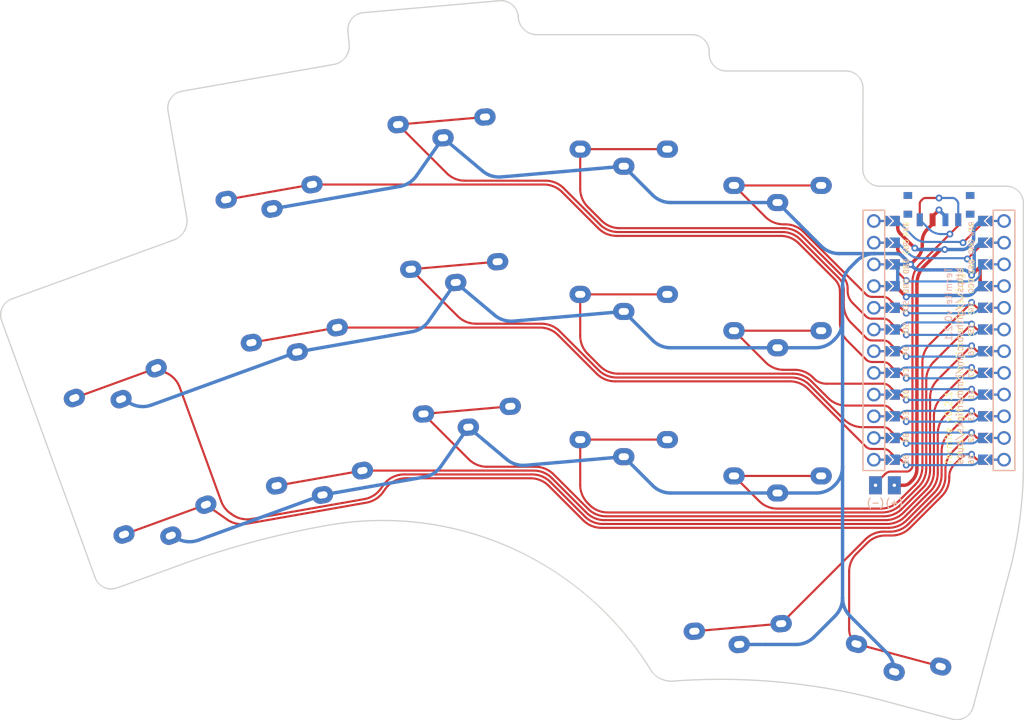
<source format=kicad_pcb>
(kicad_pcb (version 20211014) (generator pcbnew)
  (title_block (title "Termite") (date "2021-10-28") (rev "0.2.1") (company "jmnw"))
  (layers (0 "F.Cu" signal) (31 "B.Cu" signal) (34 "B.Paste" user) (35 "F.Paste" user) (36 "B.SilkS" user "B.Silkscreen") (37 "F.SilkS" user "F.Silkscreen") (38 "B.Mask" user) (39 "F.Mask" user) (44 "Edge.Cuts" user))
  (net 0 "")
  (net 1 "unconnected-(PSW1-Pad3)")
  (net 2 "switch1")
  (net 3 "switch2")
  (net 4 "switch3")
  (net 5 "switch4")
  (net 6 "switch5")
  (net 7 "switch6")
  (net 8 "switch7")
  (net 9 "switch8")
  (net 10 "switch9")
  (net 11 "switch10")
  (net 12 "switch11")
  (net 13 "switch12")
  (net 14 "switch13")
  (net 15 "switch14")
  (net 16 "switch15")
  (net 17 "unconnected-(U1-Pad22)")
  (net 18 "unconnected-(U1-Pad2)")
  (net 19 "GND")
  (net 20 "VCC")
  (net 21 "Net-(BT1-Pad2)")
  (net 22 "raw")
  (net 23 "switch16")
  (net 24 "unconnected-(U1-Pad1)")
  (footprint "bugs:Choc_reversible" (layer "F.Cu") (at 60.299422 62.293319 10)
    (fp_text reference "SW2" hide)
    (fp_text value "SW_PUSH" hide)
  )
  (footprint "bugs:Choc_reversible" (layer "F.Cu") (at 80.824518 53.902315 5)
    (fp_text reference "SW3" hide)
    (fp_text value "SW_PUSH" hide)
  )
  (footprint "bugs:Choc_reversible" (layer "F.Cu") (at 102.494858 57.206343)
    (fp_text reference "SW4" hide)
    (fp_text value "SW_PUSH" hide)
  )
  (footprint "bugs:Choc_reversible" (layer "F.Cu") (at 120.494864 61.456344)
    (fp_text reference "SW5" hide)
    (fp_text value "SW_PUSH" hide)
  )
  (footprint "bugs:Choc_reversible" (layer "F.Cu") (at 63.251441 79.035053 10)
    (fp_text reference "SW7" hide)
    (fp_text value "SW_PUSH" hide)
  )
  (footprint "bugs:Choc_reversible" (layer "F.Cu") (at 82.306167 70.837623 5)
    (fp_text reference "SW8" hide)
    (fp_text value "SW_PUSH" hide)
  )
  (footprint "bugs:Choc_reversible" (layer "F.Cu") (at 102.494871 74.206343)
    (fp_text reference "SW9" hide)
    (fp_text value "SW_PUSH" hide)
  )
  (footprint "bugs:Choc_reversible" (layer "F.Cu") (at 120.494865 78.456346)
    (fp_text reference "SW10" hide)
    (fp_text value "SW_PUSH" hide)
  )
  (footprint "bugs:Choc_reversible" (layer "F.Cu") (at 66.203461 95.776792 10)
    (fp_text reference "SW11" hide)
    (fp_text value "SW_PUSH" hide)
  )
  (footprint "bugs:Choc_reversible" (layer "F.Cu") (at 83.787804 87.772947 5)
    (fp_text reference "SW12" hide)
    (fp_text value "SW_PUSH" hide)
  )
  (footprint "bugs:Choc_reversible" (layer "F.Cu") (at 102.49487 91.206341)
    (fp_text reference "SW13" hide)
    (fp_text value "SW_PUSH" hide)
  )
  (footprint "bugs:Choc_reversible" (layer "F.Cu") (at 115.493093 113.208478 5)
    (fp_text reference "SW15" hide)
    (fp_text value "SW_PUSH" hide)
  )
  (footprint "bugs:Choc_reversible" (layer "F.Cu") (at 135.672819 116.579878 -15)
    (fp_text reference "SW16" hide)
    (fp_text value "SW_PUSH" hide)
  )
  (footprint "bugs:ProMicro_jumpers" (layer "F.Cu") (at 139.384867 83.486346)
    (fp_text reference "U1" hide)
    (fp_text value "ProMicro")
  )
  (footprint "bugs:Choc_reversible" (layer "F.Cu") (at 47.451839 100.801167 20)
    (fp_text reference "SW6" hide)
    (fp_text value "SW_PUSH" hide)
  )
  (footprint "bugs:Choc_reversible" (layer "F.Cu") (at 41.637494 84.8264 20)
    (fp_text reference "SW1" hide)
    (fp_text value "SW_PUSH" hide)
  )
  (footprint "bugs:Battery_pads_reversible" (layer "F.Cu") (at 133.062606 100.452098 180)
    (fp_text reference "BT1" hide)
    (fp_text value "Battery_Cell")
  )
  (footprint "bugs:Choc_reversible" (layer "F.Cu") (at 120.494867 95.456346)
    (fp_text reference "SW14" hide)
    (fp_text value "SW_PUSH" hide)
  )
  (footprint "bugs:Power_reversible" (layer "F.Cu") (at 139.393341 67.623157 180)
    (fp_text reference "PSW1" hide)
    (fp_text value "SW_SPDT")
  )
  (gr_arc (start 50.701495 109.728634) (mid 59.177088 107.056254) (end 67.853328 105.132673) (layer "Edge.Cuts") (width 0.15))
  (gr_line (start 30.870328 78.635657) (end 49.806346 71.743508) (layer "Edge.Cuts") (width 0.15))
  (gr_line (start 50.701495 109.728636) (end 43.183183 112.464287) (layer "Edge.Cuts") (width 0.15))
  (gr_arc (start 70.20826 47.292253) (mid 70.668562 45.832362) (end 72.026343 45.125546) (layer "Edge.Cuts") (width 0.15))
  (gr_arc (start 149.27514 97.913221) (mid 148.902925 103.997948) (end 147.791847 109.99194) (layer "Edge.Cuts") (width 0.15))
  (gr_arc (start 147.275272 65.445937) (mid 148.689487 66.031726) (end 149.275272 67.445943) (layer "Edge.Cuts") (width 0.15))
  (gr_line (start 112.494884 49.706792) (end 112.495279 49.955936) (layer "Edge.Cuts") (width 0.15))
  (gr_line (start 133.214275 125.755733) (end 140.941679 127.826285) (layer "Edge.Cuts") (width 0.15))
  (gr_line (start 90.13216 45.549137) (end 90.146627 45.714507) (layer "Edge.Cuts") (width 0.15))
  (gr_arc (start 49.148672 56.643382) (mid 49.479981 55.148932) (end 50.770987 54.326467) (layer "Edge.Cuts") (width 0.15))
  (gr_arc (start 70.34896 48.85122) (mid 69.906236 50.370135) (end 68.553662 51.190899) (layer "Edge.Cuts") (width 0.15))
  (gr_line (start 132.469406 65.445944) (end 147.275272 65.445937) (layer "Edge.Cuts") (width 0.15))
  (gr_arc (start 108.351573 123.36952) (mid 120.884362 123.505709) (end 133.214275 125.755733) (layer "Edge.Cuts") (width 0.15))
  (gr_arc (start 29.674965 81.19908) (mid 29.741744 79.669801) (end 30.870328 78.635657) (layer "Edge.Cuts") (width 0.15))
  (gr_line (start 114.495269 51.955938) (end 128.49506 51.956155) (layer "Edge.Cuts") (width 0.15))
  (gr_arc (start 143.391172 126.412078) (mid 142.459317 127.626488) (end 140.941679 127.826285) (layer "Edge.Cuts") (width 0.15))
  (gr_line (start 143.391172 126.412078) (end 147.791847 109.99194) (layer "Edge.Cuts") (width 0.15))
  (gr_arc (start 128.495059 51.956158) (mid 129.909274 52.541944) (end 130.495061 53.956158) (layer "Edge.Cuts") (width 0.15))
  (gr_arc (start 43.183184 112.464287) (mid 41.653905 112.397518) (end 40.619755 111.268942) (layer "Edge.Cuts") (width 0.15))
  (gr_line (start 149.275272 67.445943) (end 149.275145 97.913218) (layer "Edge.Cuts") (width 0.15))
  (gr_arc (start 114.495269 51.955938) (mid 113.08106 51.370148) (end 112.495279 49.955936) (layer "Edge.Cuts") (width 0.15))
  (gr_line (start 92.320941 47.706885) (end 110.494894 47.706788) (layer "Edge.Cuts") (width 0.15))
  (gr_arc (start 108.351999 123.374348) (mid 106.933066 123.149991) (end 105.785147 122.286285) (layer "Edge.Cuts") (width 0.15))
  (gr_arc (start 92.320941 47.706885) (mid 90.846387 47.133469) (end 90.146627 45.714507) (layer "Edge.Cuts") (width 0.15))
  (gr_line (start 51.338431 69.089856) (end 49.148665 56.643377) (layer "Edge.Cuts") (width 0.15))
  (gr_arc (start 51.33843 69.089856) (mid 51.055313 70.695498) (end 49.806346 71.743508) (layer "Edge.Cuts") (width 0.15))
  (gr_arc (start 87.965457 43.731054) (mid 89.425346 44.191357) (end 90.13216 45.549137) (layer "Edge.Cuts") (width 0.15))
  (gr_line (start 29.674964 81.199082) (end 40.619755 111.268942) (layer "Edge.Cuts") (width 0.15))
  (gr_arc (start 67.853326 105.132673) (mid 89.468734 107.850638) (end 105.785147 122.286285) (layer "Edge.Cuts") (width 0.15))
  (gr_line (start 70.20826 47.292253) (end 70.34896 48.85122) (layer "Edge.Cuts") (width 0.15))
  (gr_line (start 72.026343 45.125546) (end 87.965461 43.731057) (layer "Edge.Cuts") (width 0.15))
  (gr_line (start 50.770987 54.326467) (end 68.553662 51.190899) (layer "Edge.Cuts") (width 0.15))
  (gr_arc (start 110.494894 47.706788) (mid 111.909103 48.292579) (end 112.494884 49.706792) (layer "Edge.Cuts") (width 0.15))
  (gr_line (start 130.495061 53.956158) (end 130.469401 63.445945) (layer "Edge.Cuts") (width 0.15))
  (gr_arc (start 132.469406 65.445944) (mid 131.05519 64.860159) (end 130.469401 63.445945) (layer "Edge.Cuts") (width 0.15))
  (gr_text "Termite v0.2.1\nhttps://github.com/jimmerricks/bugs" (at 141.170001 74.890001 90) (layer "B.SilkS") (effects (font (size 0.8 0.8) (thickness 0.1)) (justify left mirror)))
  (gr_text "Termite v0.2.1\nhttps://github.com/jimmerricks/bugs" (at 141.17 98.11 90) (layer "F.SilkS") (effects (font (size 0.8 0.8) (thickness 0.1)) (justify left)))
  (segment (start 137.143344 67.500121) (end 137.143343 69.373158) (width 0.25) (layer "F.Cu") (net 1))
  (segment (start 139.393348 66.823157) (end 137.82031 66.823155) (width 0.25) (layer "F.Cu") (net 1))
  (segment (start 137.466756 66.969603) (end 137.289791 67.146569) (width 0.25) (layer "F.Cu") (net 1))
  (via (at 139.393348 66.823157) (size 0.8) (drill 0.4) (layers "F.Cu" "B.Cu") (net 1))
  (arc (start 137.466756 66.969603) (mid 137.62897 66.861216) (end 137.82031 66.823155) (width 0.25) (layer "F.Cu") (net 1))
  (arc (start 137.143344 67.500121) (mid 137.181405 67.30878) (end 137.289791 67.146569) (width 0.25) (layer "F.Cu") (net 1))
  (segment (start 141.332769 66.969605) (end 141.496901 67.133737) (width 0.25) (layer "B.Cu") (net 1))
  (segment (start 141.643346 67.487288) (end 141.643347 69.37316) (width 0.25) (layer "B.Cu") (net 1))
  (segment (start 139.393348 66.823157) (end 140.979213 66.823157) (width 0.25) (layer "B.Cu") (net 1))
  (arc (start 140.979213 66.823157) (mid 141.170557 66.861216) (end 141.332769 66.969605) (width 0.25) (layer "B.Cu") (net 1))
  (arc (start 141.643346 67.487288) (mid 141.605284 67.295948) (end 141.496901 67.133737) (width 0.25) (layer "B.Cu") (net 1))
  (segment (start 140.126789 92.285416) (end 143.21086 89.201347) (width 0.25) (layer "F.Cu") (net 2))
  (segment (start 58.927691 104.395674) (end 72.126933 102.068293) (width 0.25) (layer "F.Cu") (net 2))
  (segment (start 144.210863 89.836346) (end 143.949413 89.836346) (width 0.25) (layer "F.Cu") (net 2))
  (segment (start 138.369429 101.158144) (end 135.4244 104.103173) (width 0.25) (layer "F.Cu") (net 2))
  (segment (start 93.892567 100.060133) (end 97.935604 104.103172) (width 0.25) (layer "F.Cu") (net 2))
  (segment (start 74.063446 100.834596) (end 74.325236 100.460724) (width 0.25) (layer "F.Cu") (net 2))
  (segment (start 76.782691 99.181453) (end 91.771246 99.181454) (width 0.25) (layer "F.Cu") (net 2))
  (segment (start 48.970868 87.309762) (end 47.763805 86.7469) (width 0.25) (layer "F.Cu") (net 2))
  (segment (start 143.772639 89.763123) (end 143.21086 89.201347) (width 0.25) (layer "F.Cu") (net 2))
  (segment (start 38.17894 90.235505) (end 47.763806 86.746899) (width 0.25) (layer "F.Cu") (net 2))
  (segment (start 139.24811 99.036824) (end 139.248107 94.40674) (width 0.25) (layer "F.Cu") (net 2))
  (segment (start 55.36646 102.31242) (end 50.522093 89.002625) (width 0.25) (layer "F.Cu") (net 2))
  (segment (start 133.303081 104.981854) (end 100.056923 104.981852) (width 0.25) (layer "F.Cu") (net 2))
  (segment (start 56.464811 103.743817) (end 56.686018 103.898707) (width 0.25) (layer "F.Cu") (net 2))
  (via (at 143.21086 89.201347) (size 0.8) (drill 0.4) (layers "F.Cu" "B.Cu") (net 2))
  (arc (start 139.24811 99.036824) (mid 139.01975 100.184876) (end 138.369429 101.158144) (width 0.25) (layer "F.Cu") (net 2))
  (arc (start 56.686018 103.898707) (mid 57.757428 104.37014) (end 58.927691 104.395674) (width 0.25) (layer "F.Cu") (net 2))
  (arc (start 74.325236 100.460724) (mid 75.397446 99.52042) (end 76.782691 99.181453) (width 0.25) (layer "F.Cu") (net 2))
  (arc (start 143.949413 89.836346) (mid 143.853745 89.817317) (end 143.772639 89.763123) (width 0.25) (layer "F.Cu") (net 2))
  (arc (start 55.36646 102.31242) (mid 55.805479 103.112645) (end 56.464811 103.743817) (width 0.25) (layer "F.Cu") (net 2))
  (arc (start 97.935604 104.103172) (mid 98.908873 104.753492) (end 100.056923 104.981852) (width 0.25) (layer "F.Cu") (net 2))
  (arc (start 91.771246 99.181454) (mid 92.919299 99.409816) (end 93.892567 100.060133) (width 0.25) (layer "F.Cu") (net 2))
  (arc (start 139.248107 94.40674) (mid 139.47647 93.258691) (end 140.126789 92.285416) (width 0.25) (layer "F.Cu") (net 2))
  (arc (start 72.126933 102.068293) (mid 73.217888 101.644043) (end 74.063446 100.834596) (width 0.25) (layer "F.Cu") (net 2))
  (arc (start 135.4244 104.103173) (mid 134.451131 104.753493) (end 133.303081 104.981854) (width 0.25) (layer "F.Cu") (net 2))
  (arc (start 48.970868 87.309762) (mid 49.914846 88.001914) (end 50.522093 89.002625) (width 0.25) (layer "F.Cu") (net 2))
  (segment (start 134.900971 89.494241) (end 134.558865 89.836344) (width 0.25) (layer "B.Cu") (net 2))
  (segment (start 143.21086 89.201347) (end 135.608076 89.201346) (width 0.25) (layer "B.Cu") (net 2))
  (arc (start 134.900971 89.494241) (mid 135.225393 89.277468) (end 135.608076 89.201346) (width 0.25) (layer "B.Cu") (net 2))
  (segment (start 127.80003 77.78677) (end 127.800027 81.428546) (width 0.25) (layer "F.Cu") (net 3))
  (segment (start 134.99709 87.369571) (end 135.558862 87.931343) (width 0.25) (layer "F.Cu") (net 3))
  (segment (start 134.558865 87.296345) (end 134.820312 87.296345) (width 0.25) (layer "F.Cu") (net 3))
  (segment (start 134.558862 87.296345) (end 133.576601 86.314083) (width 0.25) (layer "F.Cu") (net 3))
  (segment (start 99.523606 70.377928) (end 95.272822 66.127143) (width 0.25) (layer "F.Cu") (net 3))
  (segment (start 93.151502 65.248463) (end 65.999167 65.248463) (width 0.25) (layer "F.Cu") (net 3))
  (segment (start 120.855653 71.256608) (end 101.644927 71.256607) (width 0.25) (layer "F.Cu") (net 3))
  (segment (start 127.214244 76.372557) (end 122.976974 72.135287) (width 0.25) (layer "F.Cu") (net 3))
  (segment (start 130.857138 85.728294) (end 128.678709 83.549869) (width 0.25) (layer "F.Cu") (net 3))
  (segment (start 132.869496 86.02119) (end 131.564244 86.021187) (width 0.25) (layer "F.Cu") (net 3))
  (segment (start 55.954134 67.019676) (end 65.99917 65.248462) (width 0.25) (layer "F.Cu") (net 3))
  (via (at 135.558862 87.931343) (size 0.8) (drill 0.4) (layers "F.Cu" "B.Cu") (net 3))
  (arc (start 127.214244 76.372557) (mid 127.647788 77.021403) (end 127.80003 77.78677) (width 0.25) (layer "F.Cu") (net 3))
  (arc (start 95.272822 66.127143) (mid 94.299556 65.476826) (end 93.151502 65.248463) (width 0.25) (layer "F.Cu") (net 3))
  (arc (start 133.576601 86.314083) (mid 133.252178 86.097312) (end 132.869496 86.02119) (width 0.25) (layer "F.Cu") (net 3))
  (arc (start 131.564244 86.021187) (mid 131.181561 85.945067) (end 130.857138 85.728294) (width 0.25) (layer "F.Cu") (net 3))
  (arc (start 101.644927 71.256607) (mid 100.496876 71.028248) (end 99.523606 70.377928) (width 0.25) (layer "F.Cu") (net 3))
  (arc (start 134.820312 87.296345) (mid 134.915983 87.315376) (end 134.99709 87.369571) (width 0.25) (layer "F.Cu") (net 3))
  (arc (start 122.976974 72.135287) (mid 122.003702 71.484968) (end 120.855653 71.256608) (width 0.25) (layer "F.Cu") (net 3))
  (arc (start 128.678709 83.549869) (mid 128.028391 82.576598) (end 127.800027 81.428546) (width 0.25) (layer "F.Cu") (net 3))
  (segment (start 135.558862 87.931343) (end 143.161652 87.931345) (width 0.25) (layer "B.Cu") (net 3))
  (segment (start 143.868759 87.638451) (end 144.210864 87.296344) (width 0.25) (layer "B.Cu") (net 3))
  (arc (start 143.868759 87.638451) (mid 143.544336 87.855223) (end 143.161652 87.931345) (width 0.25) (layer "B.Cu") (net 3))
  (segment (start 130.877138 83.208297) (end 129.128229 81.45939) (width 0.25) (layer "F.Cu") (net 4))
  (segment (start 93.337701 64.798945) (end 83.893447 64.798948) (width 0.25) (layer "F.Cu") (net 4))
  (segment (start 127.663763 76.186357) (end 123.163174 71.685769) (width 0.25) (layer "F.Cu") (net 4))
  (segment (start 134.55886 84.756344) (end 134.820311 84.756345) (width 0.25) (layer "F.Cu") (net 4))
  (segment (start 121.041851 70.807088) (end 101.831128 70.807087) (width 0.25) (layer "F.Cu") (net 4))
  (segment (start 133.596599 83.794084) (end 133.596603 83.794083) (width 0.25) (layer "F.Cu") (net 4))
  (segment (start 128.249548 79.33807) (end 128.249549 77.600571) (width 0.25) (layer "F.Cu") (net 4))
  (segment (start 134.997089 84.829566) (end 135.558862 85.391343) (width 0.25) (layer "F.Cu") (net 4))
  (segment (start 76.083835 58.231969) (end 86.245019 57.342981) (width 0.25) (layer "F.Cu") (net 4))
  (segment (start 133.596603 83.794083) (end 134.558866 84.756344) (width 0.25) (layer "F.Cu") (net 4))
  (segment (start 99.709806 69.928408) (end 95.459022 65.677625) (width 0.25) (layer "F.Cu") (net 4))
  (segment (start 132.889492 83.501189) (end 131.584243 83.501189) (width 0.25) (layer "F.Cu") (net 4))
  (segment (start 81.772124 63.920267) (end 76.083832 58.23197) (width 0.25) (layer "F.Cu") (net 4))
  (via (at 135.558862 85.391343) (size 0.8) (drill 0.4) (layers "F.Cu" "B.Cu") (net 4))
  (arc (start 83.893447 64.798948) (mid 82.745396 64.570587) (end 81.772124 63.920267) (width 0.25) (layer "F.Cu") (net 4))
  (arc (start 129.128229 81.45939) (mid 128.47791 80.486119) (end 128.249548 79.33807) (width 0.25) (layer "F.Cu") (net 4))
  (arc (start 127.663763 76.186357) (mid 128.097306 76.835203) (end 128.249549 77.600571) (width 0.25) (layer "F.Cu") (net 4))
  (arc (start 95.459022 65.677625) (mid 94.485754 65.027306) (end 93.337701 64.798945) (width 0.25) (layer "F.Cu") (net 4))
  (arc (start 123.163174 71.685769) (mid 122.189903 71.035448) (end 121.041851 70.807088) (width 0.25) (layer "F.Cu") (net 4))
  (arc (start 131.584243 83.501189) (mid 131.201561 83.425068) (end 130.877138 83.208297) (width 0.25) (layer "F.Cu") (net 4))
  (arc (start 133.596599 83.794084) (mid 133.272177 83.577311) (end 132.889492 83.501189) (width 0.25) (layer "F.Cu") (net 4))
  (arc (start 134.997089 84.829566) (mid 134.915983 84.775374) (end 134.820311 84.756345) (width 0.25) (layer "F.Cu") (net 4))
  (arc (start 101.831128 70.807087) (mid 100.683075 70.578725) (end 99.709806 69.928408) (width 0.25) (layer "F.Cu") (net 4))
  (segment (start 135.558862 85.391343) (end 143.161649 85.391347) (width 0.25) (layer "B.Cu") (net 4))
  (segment (start 143.868756 85.098452) (end 144.210862 84.756343) (width 0.25) (layer "B.Cu") (net 4))
  (arc (start 143.161649 85.391347) (mid 143.544333 85.315227) (end 143.868756 85.098452) (width 0.25) (layer "B.Cu") (net 4))
  (segment (start 129.284857 79.116015) (end 130.827135 80.658295) (width 0.25) (layer "F.Cu") (net 5))
  (segment (start 102.017324 70.357568) (end 121.228049 70.357566) (width 0.25) (layer "F.Cu") (net 5))
  (segment (start 134.997084 82.289569) (end 135.558863 82.851348) (width 0.25) (layer "F.Cu") (net 5))
  (segment (start 97.39486 61.10634) (end 107.594856 61.106339) (width 0.25) (layer "F.Cu") (net 5))
  (segment (start 128.699069 77.414375) (end 128.699069 77.701805) (width 0.25) (layer "F.Cu") (net 5))
  (segment (start 123.349371 71.236246) (end 128.113283 76.000161) (width 0.25) (layer "F.Cu") (net 5))
  (segment (start 98.273535 67.856419) (end 99.896001 69.478886) (width 0.25) (layer "F.Cu") (net 5))
  (segment (start 131.534243 80.951189) (end 132.879496 80.95119) (width 0.25) (layer "F.Cu") (net 5))
  (segment (start 133.586603 81.244082) (end 134.558866 82.216346) (width 0.25) (layer "F.Cu") (net 5))
  (segment (start 97.394856 61.106346) (end 97.394856 65.735099) (width 0.25) (layer "F.Cu") (net 5))
  (segment (start 134.558864 82.216346) (end 134.820308 82.216346) (width 0.25) (layer "F.Cu") (net 5))
  (via (at 135.558863 82.851348) (size 0.8) (drill 0.4) (layers "F.Cu" "B.Cu") (net 5))
  (arc (start 132.879496 80.95119) (mid 133.262178 81.027309) (end 133.586603 81.244082) (width 0.25) (layer "F.Cu") (net 5))
  (arc (start 99.896001 69.478886) (mid 100.869272 70.129205) (end 102.017324 70.357568) (width 0.25) (layer "F.Cu") (net 5))
  (arc (start 134.997084 82.289569) (mid 134.91598 82.235375) (end 134.820308 82.216346) (width 0.25) (layer "F.Cu") (net 5))
  (arc (start 97.394856 65.735099) (mid 97.623217 66.883147) (end 98.273535 67.856419) (width 0.25) (layer "F.Cu") (net 5))
  (arc (start 128.699069 77.414375) (mid 128.546828 76.649007) (end 128.113283 76.000161) (width 0.25) (layer "F.Cu") (net 5))
  (arc (start 130.827135 80.658295) (mid 131.151558 80.875069) (end 131.534243 80.951189) (width 0.25) (layer "F.Cu") (net 5))
  (arc (start 121.228049 70.357566) (mid 122.376101 70.585929) (end 123.349371 71.236246) (width 0.25) (layer "F.Cu") (net 5))
  (arc (start 128.699069 77.701805) (mid 128.851312 78.467171) (end 129.284857 79.116015) (width 0.25) (layer "F.Cu") (net 5))
  (segment (start 135.558863 82.851348) (end 143.161649 82.851346) (width 0.25) (layer "B.Cu") (net 5))
  (segment (start 143.868756 82.558453) (end 144.210863 82.216345) (width 0.25) (layer "B.Cu") (net 5))
  (arc (start 143.868756 82.558453) (mid 143.544332 82.775225) (end 143.161649 82.851346) (width 0.25) (layer "B.Cu") (net 5))
  (segment (start 132.869493 78.401189) (end 131.564241 78.401187) (width 0.25) (layer "F.Cu") (net 6))
  (segment (start 134.558864 79.676345) (end 133.576599 78.694081) (width 0.25) (layer "F.Cu") (net 6))
  (segment (start 121.414247 69.908048) (end 121.189208 69.908049) (width 0.25) (layer "F.Cu") (net 6))
  (segment (start 119.067886 69.029368) (end 115.394863 65.356344) (width 0.25) (layer "F.Cu") (net 6))
  (segment (start 130.857133 78.108295) (end 123.535566 70.786729) (width 0.25) (layer "F.Cu") (net 6))
  (segment (start 115.394862 65.356343) (end 125.594862 65.356345) (width 0.25) (layer "F.Cu") (net 6))
  (segment (start 134.997083 79.74957) (end 135.558864 80.311343) (width 0.25) (layer "F.Cu") (net 6))
  (segment (start 134.55886 79.676345) (end 134.820309 79.676348) (width 0.25) (layer "F.Cu") (net 6))
  (via (at 135.558864 80.311343) (size 0.8) (drill 0.4) (layers "F.Cu" "B.Cu") (net 6))
  (arc (start 121.414247 69.908048) (mid 122.562299 70.13641) (end 123.535566 70.786729) (width 0.25) (layer "F.Cu") (net 6))
  (arc (start 133.576599 78.694081) (mid 133.252176 78.477309) (end 132.869493 78.401189) (width 0.25) (layer "F.Cu") (net 6))
  (arc (start 119.067886 69.029368) (mid 120.041157 69.679686) (end 121.189208 69.908049) (width 0.25) (layer "F.Cu") (net 6))
  (arc (start 131.564241 78.401187) (mid 131.181558 78.325066) (end 130.857133 78.108295) (width 0.25) (layer "F.Cu") (net 6))
  (arc (start 134.997083 79.74957) (mid 134.915977 79.695378) (end 134.820309 79.676348) (width 0.25) (layer "F.Cu") (net 6))
  (segment (start 143.868757 80.018452) (end 144.210862 79.676345) (width 0.25) (layer "B.Cu") (net 6))
  (segment (start 135.558864 80.311343) (end 143.161647 80.311347) (width 0.25) (layer "B.Cu") (net 6))
  (arc (start 143.161647 80.311347) (mid 143.544335 80.235228) (end 143.868757 80.018452) (width 0.25) (layer "B.Cu") (net 6))
  (segment (start 58.308595 104.961293) (end 72.388359 102.478651) (width 0.25) (layer "F.Cu") (net 7))
  (segment (start 99.870727 105.431373) (end 133.489279 105.431373) (width 0.25) (layer "F.Cu") (net 7))
  (segment (start 143.210864 91.741346) (end 140.576304 94.375905) (width 0.25) (layer "F.Cu") (net 7))
  (segment (start 74.324874 101.244956) (end 74.558431 100.9114) (width 0.25) (layer "F.Cu") (net 7))
  (segment (start 53.57815 102.721665) (end 56.066925 104.464325) (width 0.25) (layer "F.Cu") (net 7))
  (segment (start 144.210865 92.376348) (end 143.949416 92.376345) (width 0.25) (layer "F.Cu") (net 7))
  (segment (start 53.57815 102.721665) (end 43.993283 106.210273) (width 0.25) (layer "F.Cu") (net 7))
  (segment (start 135.610601 104.552692) (end 138.818947 101.344346) (width 0.25) (layer "F.Cu") (net 7))
  (segment (start 139.697625 99.223028) (end 139.697625 96.497225) (width 0.25) (layer "F.Cu") (net 7))
  (segment (start 93.707519 100.510806) (end 97.749406 104.552692) (width 0.25) (layer "F.Cu") (net 7))
  (segment (start 53.58919 102.717648) (end 53.57815 102.721667) (width 0.25) (layer "F.Cu") (net 7))
  (segment (start 77.015888 99.632127) (end 91.586199 99.632128) (width 0.25) (layer "F.Cu") (net 7))
  (segment (start 143.77264 92.303122) (end 143.210864 91.741346) (width 0.25) (layer "F.Cu") (net 7))
  (via (at 143.210864 91.741346) (size 0.8) (drill 0.4) (layers "F.Cu" "B.Cu") (net 7))
  (arc (start 139.697625 96.497225) (mid 139.925987 95.349174) (end 140.576304 94.375905) (width 0.25) (layer "F.Cu") (net 7))
  (arc (start 91.586199 99.632128) (mid 92.73425 99.86049) (end 93.707519 100.510806) (width 0.25) (layer "F.Cu") (net 7))
  (arc (start 139.697625 99.223028) (mid 139.469267 100.371077) (end 138.818947 101.344346) (width 0.25) (layer "F.Cu") (net 7))
  (arc (start 74.558431 100.9114) (mid 75.630642 99.971097) (end 77.015888 99.632127) (width 0.25) (layer "F.Cu") (net 7))
  (arc (start 72.388359 102.478651) (mid 73.479316 102.054402) (end 74.324874 101.244956) (width 0.25) (layer "F.Cu") (net 7))
  (arc (start 143.77264 92.303122) (mid 143.853746 92.357315) (end 143.949416 92.376345) (width 0.25) (layer "F.Cu") (net 7))
  (arc (start 97.749406 104.552692) (mid 98.722675 105.203012) (end 99.870727 105.431373) (width 0.25) (layer "F.Cu") (net 7))
  (arc (start 133.489279 105.431373) (mid 134.637331 105.20301) (end 135.610601 104.552692) (width 0.25) (layer "F.Cu") (net 7))
  (arc (start 56.066925 104.464325) (mid 57.138333 104.935757) (end 58.308595 104.961293) (width 0.25) (layer "F.Cu") (net 7))
  (segment (start 143.210864 91.741346) (end 135.608075 91.741346) (width 0.25) (layer "B.Cu") (net 7))
  (segment (start 134.90097 92.034235) (end 134.55886 92.376342) (width 0.25) (layer "B.Cu") (net 7))
  (arc (start 135.608075 91.741346) (mid 135.225394 91.817464) (end 134.90097 92.034235) (width 0.25) (layer "B.Cu") (net 7))
  (segment (start 130.807138 95.908295) (end 124.064124 89.165287) (width 0.25) (layer "F.Cu") (net 8))
  (segment (start 58.90615 83.761413) (end 68.951187 81.990204) (width 0.25) (layer "F.Cu") (net 8))
  (segment (start 92.68324 81.990198) (end 68.951188 81.990199) (width 0.25) (layer "F.Cu") (net 8))
  (segment (start 99.343606 87.407926) (end 94.804558 82.868878) (width 0.25) (layer "F.Cu") (net 8))
  (segment (start 134.558866 97.456347) (end 133.596599 96.494081) (width 0.25) (layer "F.Cu") (net 8))
  (segment (start 121.942804 88.286608) (end 101.464928 88.286608) (width 0.25) (layer "F.Cu") (net 8))
  (segment (start 134.55886 97.456342) (end 134.820307 97.456344) (width 0.25) (layer "F.Cu") (net 8))
  (segment (start 134.997084 97.529567) (end 135.558861 98.091344) (width 0.25) (layer "F.Cu") (net 8))
  (segment (start 132.889491 96.201189) (end 131.514242 96.201189) (width 0.25) (layer "F.Cu") (net 8))
  (via (at 135.558861 98.091344) (size 0.8) (drill 0.4) (layers "F.Cu" "B.Cu") (net 8))
  (arc (start 134.997084 97.529567) (mid 134.915978 97.475375) (end 134.820307 97.456344) (width 0.25) (layer "F.Cu") (net 8))
  (arc (start 92.68324 81.990198) (mid 93.831288 82.218559) (end 94.804558 82.868878) (width 0.25) (layer "F.Cu") (net 8))
  (arc (start 132.889491 96.201189) (mid 133.272176 96.277307) (end 133.596599 96.494081) (width 0.25) (layer "F.Cu") (net 8))
  (arc (start 130.807138 95.908295) (mid 131.131557 96.125067) (end 131.514242 96.201189) (width 0.25) (layer "F.Cu") (net 8))
  (arc (start 121.942804 88.286608) (mid 123.090856 88.514969) (end 124.064124 89.165287) (width 0.25) (layer "F.Cu") (net 8))
  (arc (start 101.464928 88.286608) (mid 100.316877 88.058244) (end 99.343606 87.407926) (width 0.25) (layer "F.Cu") (net 8))
  (segment (start 135.558861 98.091344) (end 143.161648 98.091346) (width 0.25) (layer "B.Cu") (net 8))
  (segment (start 143.868754 97.798453) (end 144.210862 97.456346) (width 0.25) (layer "B.Cu") (net 8))
  (arc (start 143.161648 98.091346) (mid 143.544333 98.015226) (end 143.868754 97.798453) (width 0.25) (layer "B.Cu") (net 8))
  (segment (start 101.651126 87.837086) (end 122.129001 87.837085) (width 0.25) (layer "F.Cu") (net 9))
  (segment (start 77.565482 75.16728) (end 87.726667 74.278291) (width 0.25) (layer "F.Cu") (net 9))
  (segment (start 77.565482 75.16728) (end 77.565483 75.167277) (width 0.25) (layer "F.Cu") (net 9))
  (segment (start 124.250324 88.715764) (end 128.307065 92.772508) (width 0.25) (layer "F.Cu") (net 9))
  (segment (start 133.586602 93.944082) (end 134.558864 94.916345) (width 0.25) (layer "F.Cu") (net 9))
  (segment (start 94.990762 82.419361) (end 99.529807 86.958407) (width 0.25) (layer "F.Cu") (net 9))
  (segment (start 130.428387 93.651191) (end 132.879497 93.65119) (width 0.25) (layer "F.Cu") (net 9))
  (segment (start 134.997088 94.989567) (end 135.558863 95.551343) (width 0.25) (layer "F.Cu") (net 9))
  (segment (start 85.181528 81.540682) (end 92.86944 81.540683) (width 0.25) (layer "F.Cu") (net 9))
  (segment (start 134.558866 94.916343) (end 134.820311 94.916343) (width 0.25) (layer "F.Cu") (net 9))
  (segment (start 77.565483 75.167277) (end 83.060206 80.662003) (width 0.25) (layer "F.Cu") (net 9))
  (via (at 135.558863 95.551343) (size 0.8) (drill 0.4) (layers "F.Cu" "B.Cu") (net 9))
  (arc (start 134.997088 94.989567) (mid 134.915982 94.935374) (end 134.820311 94.916343) (width 0.25) (layer "F.Cu") (net 9))
  (arc (start 128.307065 92.772508) (mid 129.280337 93.422829) (end 130.428387 93.651191) (width 0.25) (layer "F.Cu") (net 9))
  (arc (start 92.86944 81.540683) (mid 94.017491 81.769044) (end 94.990762 82.419361) (width 0.25) (layer "F.Cu") (net 9))
  (arc (start 83.060206 80.662003) (mid 84.033478 81.312323) (end 85.181528 81.540682) (width 0.25) (layer "F.Cu") (net 9))
  (arc (start 122.129001 87.837085) (mid 123.277052 88.065446) (end 124.250324 88.715764) (width 0.25) (layer "F.Cu") (net 9))
  (arc (start 99.529807 86.958407) (mid 100.503077 87.608725) (end 101.651126 87.837086) (width 0.25) (layer "F.Cu") (net 9))
  (arc (start 132.879497 93.65119) (mid 133.262177 93.72731) (end 133.586602 93.944082) (width 0.25) (layer "F.Cu") (net 9))
  (segment (start 135.558863 95.551343) (end 143.161646 95.551348) (width 0.25) (layer "B.Cu") (net 9))
  (segment (start 143.868758 95.258449) (end 144.210864 94.91634) (width 0.25) (layer "B.Cu") (net 9))
  (arc (start 143.161646 95.551348) (mid 143.544333 95.475226) (end 143.868758 95.258449) (width 0.25) (layer "B.Cu") (net 9))
  (segment (start 133.596601 91.414084) (end 134.558862 92.376345) (width 0.25) (layer "F.Cu") (net 10))
  (segment (start 97.394869 78.106343) (end 97.394869 82.945113) (width 0.25) (layer "F.Cu") (net 10))
  (segment (start 128.534104 91.121189) (end 132.889494 91.121191) (width 0.25) (layer "F.Cu") (net 10))
  (segment (start 134.997085 92.449567) (end 135.558864 93.011341) (width 0.25) (layer "F.Cu") (net 10))
  (segment (start 97.394872 78.106339) (end 107.594868 78.10634) (width 0.25) (layer "F.Cu") (net 10))
  (segment (start 101.837321 87.387568) (end 122.315202 87.387567) (width 0.25) (layer "F.Cu") (net 10))
  (segment (start 124.436521 88.266246) (end 126.412786 90.242509) (width 0.25) (layer "F.Cu") (net 10))
  (segment (start 134.55886 92.376342) (end 134.820309 92.376343) (width 0.25) (layer "F.Cu") (net 10))
  (segment (start 98.273547 85.066434) (end 99.716003 86.508888) (width 0.25) (layer "F.Cu") (net 10))
  (via (at 135.558864 93.011341) (size 0.8) (drill 0.4) (layers "F.Cu" "B.Cu") (net 10))
  (arc (start 98.273547 85.066434) (mid 97.623229 84.093163) (end 97.394869 82.945113) (width 0.25) (layer "F.Cu") (net 10))
  (arc (start 101.837321 87.387568) (mid 100.689274 87.159207) (end 99.716003 86.508888) (width 0.25) (layer "F.Cu") (net 10))
  (arc (start 134.820309 92.376343) (mid 134.91598 92.395373) (end 134.997085 92.449567) (width 0.25) (layer "F.Cu") (net 10))
  (arc (start 133.596601 91.414084) (mid 133.272176 91.197311) (end 132.889494 91.121191) (width 0.25) (layer "F.Cu") (net 10))
  (arc (start 126.412786 90.242509) (mid 127.386055 90.892827) (end 128.534104 91.121189) (width 0.25) (layer "F.Cu") (net 10))
  (arc (start 122.315202 87.387567) (mid 123.463252 87.615928) (end 124.436521 88.266246) (width 0.25) (layer "F.Cu") (net 10))
  (segment (start 143.868755 92.718453) (end 144.210865 92.376348) (width 0.25) (layer "B.Cu") (net 10))
  (segment (start 135.558864 93.011341) (end 143.16165 93.011345) (width 0.25) (layer "B.Cu") (net 10))
  (arc (start 143.16165 93.011345) (mid 143.544334 92.935226) (end 143.868755 92.718453) (width 0.25) (layer "B.Cu") (net 10))
  (segment (start 124.622726 87.816729) (end 124.781395 87.975402) (width 0.25) (layer "F.Cu") (net 11))
  (segment (start 133.576603 88.854081) (end 134.558866 89.836345) (width 0.25) (layer "F.Cu") (net 11))
  (segment (start 115.394866 82.356344) (end 119.097887 86.059367) (width 0.25) (layer "F.Cu") (net 11))
  (segment (start 126.195611 88.56119) (end 132.869495 88.561189) (width 0.25) (layer "F.Cu") (net 11))
  (segment (start 134.558865 89.836344) (end 134.820305 89.836344) (width 0.25) (layer "F.Cu") (net 11))
  (segment (start 115.394864 82.356345) (end 125.594865 82.356345) (width 0.25) (layer "F.Cu") (net 11))
  (segment (start 121.21921 86.938046) (end 122.5014 86.938044) (width 0.25) (layer "F.Cu") (net 11))
  (segment (start 134.997085 89.909566) (end 135.558863 90.471345) (width 0.25) (layer "F.Cu") (net 11))
  (via (at 135.558863 90.471345) (size 0.8) (drill 0.4) (layers "F.Cu" "B.Cu") (net 11))
  (arc (start 134.820305 89.836344) (mid 134.915978 89.855371) (end 134.997085 89.909566) (width 0.25) (layer "F.Cu") (net 11))
  (arc (start 119.097887 86.059367) (mid 120.071158 86.709685) (end 121.21921 86.938046) (width 0.25) (layer "F.Cu") (net 11))
  (arc (start 124.781395 87.975402) (mid 125.430243 88.408947) (end 126.195611 88.56119) (width 0.25) (layer "F.Cu") (net 11))
  (arc (start 122.5014 86.938044) (mid 123.649453 87.166405) (end 124.622726 87.816729) (width 0.25) (layer "F.Cu") (net 11))
  (arc (start 132.869495 88.561189) (mid 133.252178 88.637309) (end 133.576603 88.854081) (width 0.25) (layer "F.Cu") (net 11))
  (segment (start 143.868757 90.178454) (end 144.210863 89.836346) (width 0.25) (layer "B.Cu") (net 11))
  (segment (start 135.558863 90.471345) (end 143.161651 90.471346) (width 0.25) (layer "B.Cu") (net 11))
  (arc (start 143.161651 90.471346) (mid 143.544333 90.395226) (end 143.868757 90.178454) (width 0.25) (layer "B.Cu") (net 11))
  (segment (start 143.772642 87.223124) (end 143.210866 86.661345) (width 0.25) (layer "F.Cu") (net 12))
  (segment (start 133.116883 104.532334) (end 100.243123 104.532333) (width 0.25) (layer "F.Cu") (net 12))
  (segment (start 91.957446 98.731935) (end 71.903207 98.731937) (width 0.25) (layer "F.Cu") (net 12))
  (segment (start 61.858167 100.503145) (end 71.903209 98.731933) (width 0.25) (layer "F.Cu") (net 12))
  (segment (start 98.121804 103.653654) (end 94.078765 99.610616) (width 0.25) (layer "F.Cu") (net 12))
  (segment (start 143.210866 86.661345) (end 143.210867 86.661346) (width 0.25) (layer "F.Cu") (net 12))
  (segment (start 138.79859 92.316263) (end 138.798589 98.850627) (width 0.25) (layer "F.Cu") (net 12))
  (segment (start 144.210864 87.296344) (end 143.949419 87.296345) (width 0.25) (layer "F.Cu") (net 12))
  (segment (start 137.91991 100.971948) (end 135.238204 103.653653) (width 0.25) (layer "F.Cu") (net 12))
  (segment (start 143.210867 86.661346) (end 139.677271 90.194943) (width 0.25) (layer "F.Cu") (net 12))
  (via (at 143.210866 86.661345) (size 0.8) (drill 0.4) (layers "F.Cu" "B.Cu") (net 12))
  (arc (start 139.677271 90.194943) (mid 139.02695 91.168212) (end 138.79859 92.316263) (width 0.25) (layer "F.Cu") (net 12))
  (arc (start 100.243123 104.532333) (mid 99.095075 104.303971) (end 98.121804 103.653654) (width 0.25) (layer "F.Cu") (net 12))
  (arc (start 135.238204 103.653653) (mid 134.264933 104.303972) (end 133.116883 104.532334) (width 0.25) (layer "F.Cu") (net 12))
  (arc (start 137.91991 100.971948) (mid 138.570227 99.998678) (end 138.798589 98.850627) (width 0.25) (layer "F.Cu") (net 12))
  (arc (start 143.772642 87.223124) (mid 143.853747 87.277316) (end 143.949419 87.296345) (width 0.25) (layer "F.Cu") (net 12))
  (arc (start 94.078765 99.610616) (mid 93.105494 98.960296) (end 91.957446 98.731935) (width 0.25) (layer "F.Cu") (net 12))
  (segment (start 143.210866 86.661345) (end 135.608078 86.661348) (width 0.25) (layer "B.Cu") (net 12))
  (segment (start 134.900972 86.954237) (end 134.558862 87.296345) (width 0.25) (layer "B.Cu") (net 12))
  (arc (start 135.608078 86.661348) (mid 135.225396 86.737467) (end 134.900972 86.954237) (width 0.25) (layer "B.Cu") (net 12))
  (segment (start 86.469575 98.282416) (end 92.143641 98.282418) (width 0.25) (layer "F.Cu") (net 13))
  (segment (start 135.052007 103.204133) (end 137.470391 100.785751) (width 0.25) (layer "F.Cu") (net 13))
  (segment (start 138.34907 90.225783) (end 138.349068 90.225781) (width 0.25) (layer "F.Cu") (net 13))
  (segment (start 143.772643 84.683121) (end 143.210864 84.121347) (width 0.25) (layer "F.Cu") (net 13))
  (segment (start 144.210862 84.756343) (end 143.949419 84.756344) (width 0.25) (layer "F.Cu") (net 13))
  (segment (start 79.047117 92.102601) (end 89.208303 91.213612) (width 0.25) (layer "F.Cu") (net 13))
  (segment (start 139.227748 88.104461) (end 139.227752 88.10446) (width 0.25) (layer "F.Cu") (net 13))
  (segment (start 100.42932 104.082813) (end 132.930685 104.082813) (width 0.25) (layer "F.Cu") (net 13))
  (segment (start 79.047116 92.102602) (end 84.348255 97.403738) (width 0.25) (layer "F.Cu") (net 13))
  (segment (start 94.264962 99.161094) (end 98.308 103.204134) (width 0.25) (layer "F.Cu") (net 13))
  (segment (start 138.349069 98.664429) (end 138.34907 90.225783) (width 0.25) (layer "F.Cu") (net 13))
  (segment (start 139.227752 88.10446) (end 143.210864 84.121347) (width 0.25) (layer "F.Cu") (net 13))
  (via (at 143.210864 84.121347) (size 0.8) (drill 0.4) (layers "F.Cu" "B.Cu") (net 13))
  (arc (start 137.470391 100.785751) (mid 138.120708 99.812478) (end 138.349069 98.664429) (width 0.25) (layer "F.Cu") (net 13))
  (arc (start 92.143641 98.282418) (mid 93.29169 98.510776) (end 94.264962 99.161094) (width 0.25) (layer "F.Cu") (net 13))
  (arc (start 98.308 103.204134) (mid 99.281269 103.854454) (end 100.42932 104.082813) (width 0.25) (layer "F.Cu") (net 13))
  (arc (start 138.349068 90.225781) (mid 138.57743 89.077729) (end 139.227748 88.104461) (width 0.25) (layer "F.Cu") (net 13))
  (arc (start 84.348255 97.403738) (mid 85.321524 98.054054) (end 86.469575 98.282416) (width 0.25) (layer "F.Cu") (net 13))
  (arc (start 135.052007 103.204133) (mid 134.078736 103.854452) (end 132.930685 104.082813) (width 0.25) (layer "F.Cu") (net 13))
  (arc (start 143.772643 84.683121) (mid 143.853746 84.737316) (end 143.949419 84.756344) (width 0.25) (layer "F.Cu") (net 13))
  (segment (start 134.900971 84.414236) (end 134.55886 84.756344) (width 0.25) (layer "B.Cu") (net 13))
  (segment (start 143.210864 84.121347) (end 135.608075 84.121345) (width 0.25) (layer "B.Cu") (net 13))
  (arc (start 134.900971 84.414236) (mid 135.225394 84.197467) (end 135.608075 84.121345) (width 0.25) (layer "B.Cu") (net 13))
  (segment (start 97.394864 95.106336) (end 107.594868 95.106342) (width 0.25) (layer "F.Cu") (net 14))
  (segment (start 97.394868 95.106341) (end 97.394867 100.41264) (width 0.25) (layer "F.Cu") (net 14))
  (segment (start 138.77823 86.013979) (end 143.210864 81.581345) (width 0.25) (layer "F.Cu") (net 14))
  (segment (start 137.899549 98.478234) (end 137.899551 88.135301) (width 0.25) (layer "F.Cu") (net 14))
  (segment (start 134.865811 102.754612) (end 137.02087 100.599552) (width 0.25) (layer "F.Cu") (net 14))
  (segment (start 98.273547 102.533961) (end 98.4942 102.754613) (width 0.25) (layer "F.Cu") (net 14))
  (segment (start 138.778229 86.01398) (end 138.77823 86.013979) (width 0.25) (layer "F.Cu") (net 14))
  (segment (start 100.615521 103.633293) (end 132.744491 103.633292) (width 0.25) (layer "F.Cu") (net 14))
  (segment (start 143.772639 82.143121) (end 143.210864 81.581345) (width 0.25) (layer "F.Cu") (net 14))
  (segment (start 144.210863 82.216345) (end 143.949416 82.216345) (width 0.25) (layer "F.Cu") (net 14))
  (via (at 143.210864 81.581345) (size 0.8) (drill 0.4) (layers "F.Cu" "B.Cu") (net 14))
  (arc (start 97.394867 100.41264) (mid 97.623228 101.560691) (end 98.273547 102.533961) (width 0.25) (layer "F.Cu") (net 14))
  (arc (start 143.772639 82.143121) (mid 143.853745 82.197315) (end 143.949416 82.216345) (width 0.25) (layer "F.Cu") (net 14))
  (arc (start 98.4942 102.754613) (mid 99.467471 103.404931) (end 100.615521 103.633293) (width 0.25) (layer "F.Cu") (net 14))
  (arc (start 137.02087 100.599552) (mid 137.671188 99.626283) (end 137.899549 98.478234) (width 0.25) (layer "F.Cu") (net 14))
  (arc (start 137.899551 88.135301) (mid 138.12791 86.98725) (end 138.778229 86.01398) (width 0.25) (layer "F.Cu") (net 14))
  (arc (start 132.744491 103.633292) (mid 133.892539 103.404929) (end 134.865811 102.754612) (width 0.25) (layer "F.Cu") (net 14))
  (segment (start 135.090487 81.68472) (end 134.558864 82.216346) (width 0.25) (layer "B.Cu") (net 14))
  (segment (start 143.210864 81.581345) (end 143.094567 81.465047) (width 0.25) (layer "B.Cu") (net 14))
  (segment (start 142.91779 81.391825) (end 135.797595 81.391825) (width 0.25) (layer "B.Cu") (net 14))
  (arc (start 142.91779 81.391825) (mid 143.01346 81.410855) (end 143.094567 81.465047) (width 0.25) (layer "B.Cu") (net 14))
  (arc (start 135.090487 81.68472) (mid 135.414912 81.467945) (end 135.797595 81.391825) (width 0.25) (layer "B.Cu") (net 14))
  (segment (start 115.394866 99.356347) (end 125.594867 99.356347) (width 0.25) (layer "F.Cu") (net 15))
  (segment (start 134.679612 102.305093) (end 136.57135 100.413354) (width 0.25) (layer "F.Cu") (net 15))
  (segment (start 144.210862 79.676345) (end 143.949416 79.676346) (width 0.25) (layer "F.Cu") (net 15))
  (segment (start 115.394867 99.356346) (end 118.343617 102.305093) (width 0.25) (layer "F.Cu") (net 15))
  (segment (start 143.772638 79.603121) (end 143.210864 79.041346) (width 0.25) (layer "F.Cu") (net 15))
  (segment (start 138.328706 83.923504) (end 143.210864 79.041346) (width 0.25) (layer "F.Cu") (net 15))
  (segment (start 120.464935 103.183773) (end 132.558293 103.183774) (width 0.25) (layer "F.Cu") (net 15))
  (segment (start 137.450028 98.292036) (end 137.450028 86.044823) (width 0.25) (layer "F.Cu") (net 15))
  (via (at 143.210864 79.041346) (size 0.8) (drill 0.4) (layers "F.Cu" "B.Cu") (net 15))
  (arc (start 134.679612 102.305093) (mid 133.706345 102.955411) (end 132.558293 103.183774) (width 0.25) (layer "F.Cu") (net 15))
  (arc (start 143.949416 79.676346) (mid 143.853745 79.657316) (end 143.772638 79.603121) (width 0.25) (layer "F.Cu") (net 15))
  (arc (start 136.57135 100.413354) (mid 137.221668 99.440086) (end 137.450028 98.292036) (width 0.25) (layer "F.Cu") (net 15))
  (arc (start 137.450028 86.044823) (mid 137.678391 84.896772) (end 138.328706 83.923504) (width 0.25) (layer "F.Cu") (net 15))
  (arc (start 118.343617 102.305093) (mid 119.316883 102.955411) (end 120.464935 103.183773) (width 0.25) (layer "F.Cu") (net 15))
  (segment (start 143.118756 79.133452) (end 143.210864 79.041346) (width 0.25) (layer "B.Cu") (net 15))
  (segment (start 134.55886 79.676345) (end 134.735642 79.49957) (width 0.25) (layer "B.Cu") (net 15))
  (segment (start 134.912416 79.426347) (end 142.411652 79.426347) (width 0.25) (layer "B.Cu") (net 15))
  (arc (start 134.912416 79.426347) (mid 134.816746 79.445377) (end 134.735642 79.49957) (width 0.25) (layer "B.Cu") (net 15))
  (arc (start 143.118756 79.133452) (mid 142.794336 79.350226) (end 142.411652 79.426347) (width 0.25) (layer "B.Cu") (net 15))
  (segment (start 139.268467 101.530543) (end 135.796796 105.002215) (width 0.25) (layer "F.Cu") (net 16))
  (segment (start 130.803163 106.759575) (end 120.913595 116.649144) (width 0.25) (layer "F.Cu") (net 16))
  (segment (start 144.210864 94.91634) (end 143.949422 94.916343) (width 0.25) (layer "F.Cu") (net 16))
  (segment (start 120.913587 116.649142) (end 110.752403 117.538132) (width 0.25) (layer "F.Cu") (net 16))
  (segment (start 143.77264 94.843119) (end 143.210862 94.281343) (width 0.25) (layer "F.Cu") (net 16))
  (segment (start 143.210862 94.281343) (end 141.025827 96.466379) (width 0.25) (layer "F.Cu") (net 16))
  (segment (start 133.675475 105.880894) (end 132.924483 105.880895) (width 0.25) (layer "F.Cu") (net 16))
  (segment (start 140.147147 98.587699) (end 140.147146 99.409223) (width 0.25) (layer "F.Cu") (net 16))
  (segment (start 130.803163 106.759573) (end 130.803163 106.759575) (width 0.25) (layer "F.Cu") (net 16))
  (via (at 143.210862 94.281343) (size 0.8) (drill 0.4) (layers "F.Cu" "B.Cu") (net 16))
  (arc (start 143.77264 94.843119) (mid 143.853745 94.897313) (end 143.949422 94.916343) (width 0.25) (layer "F.Cu") (net 16))
  (arc (start 141.025827 96.466379) (mid 140.375509 97.439648) (end 140.147147 98.587699) (width 0.25) (layer "F.Cu") (net 16))
  (arc (start 132.924483 105.880895) (mid 131.776431 106.109255) (end 130.803163 106.759573) (width 0.25) (layer "F.Cu") (net 16))
  (arc (start 139.268467 101.530543) (mid 139.918786 100.557274) (end 140.147146 99.409223) (width 0.25) (layer "F.Cu") (net 16))
  (arc (start 135.796796 105.002215) (mid 134.823524 105.652533) (end 133.675475 105.880894) (width 0.25) (layer "F.Cu") (net 16))
  (segment (start 134.900971 94.574238) (end 134.558866 94.916343) (width 0.25) (layer "B.Cu") (net 16))
  (segment (start 143.210862 94.281343) (end 135.608079 94.281346) (width 0.25) (layer "B.Cu") (net 16))
  (arc (start 134.900971 94.574238) (mid 135.225394 94.357465) (end 135.608079 94.281346) (width 0.25) (layer "B.Cu") (net 16))
  (segment (start 134.851757 75.794239) (end 135.558865 76.501343) (width 0.25) (layer "F.Cu") (net 17))
  (segment (start 134.558862 74.596346) (end 134.558864 75.08713) (width 0.25) (layer "F.Cu") (net 17))
  (via (at 135.558865 76.501343) (size 0.8) (drill 0.4) (layers "F.Cu" "B.Cu") (net 17))
  (arc (start 134.558864 75.08713) (mid 134.634986 75.469815) (end 134.851757 75.794239) (width 0.25) (layer "F.Cu") (net 17))
  (segment (start 143.838401 76.297964) (end 143.917969 76.218395) (width 0.25) (layer "B.Cu") (net 17))
  (segment (start 135.751929 76.590854) (end 143.131293 76.590857) (width 0.25) (layer "B.Cu") (net 17))
  (segment (start 144.210865 75.511284) (end 144.210864 74.596346) (width 0.25) (layer "B.Cu") (net 17))
  (segment (start 135.558865 76.501343) (end 135.575152 76.517632) (width 0.25) (layer "B.Cu") (net 17))
  (arc (start 143.131293 76.590857) (mid 143.513976 76.514736) (end 143.838401 76.297964) (width 0.25) (layer "B.Cu") (net 17))
  (arc (start 135.751929 76.590854) (mid 135.656259 76.571825) (end 135.575152 76.517632) (width 0.25) (layer "B.Cu") (net 17))
  (arc (start 144.210865 75.511284) (mid 144.134745 75.893969) (end 143.917969 76.218395) (width 0.25) (layer "B.Cu") (net 17))
  (segment (start 144.210866 72.357791) (end 144.210862 72.056349) (width 0.25) (layer "F.Cu") (net 18))
  (segment (start 142.710866 73.961347) (end 144.137644 72.534569) (width 0.25) (layer "F.Cu") (net 18))
  (via (at 142.710866 73.961347) (size 0.8) (drill 0.4) (layers "F.Cu" "B.Cu") (net 18))
  (arc (start 144.210866 72.357791) (mid 144.191835 72.453462) (end 144.137644 72.534569) (width 0.25) (layer "F.Cu") (net 18))
  (segment (start 142.517798 73.871835) (end 137.202781 73.871834) (width 0.25) (layer "B.Cu") (net 18))
  (segment (start 142.710866 73.961347) (end 142.694576 73.945057) (width 0.25) (layer "B.Cu") (net 18))
  (segment (start 135.788566 73.286048) (end 134.558865 72.056344) (width 0.25) (layer "B.Cu") (net 18))
  (arc (start 142.694576 73.945057) (mid 142.613471 73.890863) (end 142.517798 73.871835) (width 0.25) (layer "B.Cu") (net 18))
  (arc (start 137.202781 73.871834) (mid 136.437413 73.719592) (end 135.788566 73.286048) (width 0.25) (layer "B.Cu") (net 18))
  (segment (start 144.210864 74.596346) (end 144.21086 77.136344) (width 0.4) (layer "F.Cu") (net 19))
  (segment (start 138.64334 69.373157) (end 138.643342 69.877877) (width 0.4) (layer "F.Cu") (net 19))
  (segment (start 136.84424 73.810965) (end 136.058864 74.596345) (width 0.4) (layer "F.Cu") (net 19))
  (segment (start 138.643342 69.877877) (end 138.015813 70.505403) (width 0.4) (layer "F.Cu") (net 19))
  (segment (start 144.137639 74.939567) (end 143.210866 75.866345) (width 0.4) (layer "F.Cu") (net 19))
  (segment (start 138.643345 69.373158) (end 138.643343 68.973158) (width 0.4) (layer "F.Cu") (net 19))
  (segment (start 134.558865 72.056344) (end 134.558866 72.682132) (width 0.4) (layer "F.Cu") (net 19))
  (segment (start 144.210864 74.596346) (end 144.210864 74.762794) (width 0.4) (layer "F.Cu") (net 19))
  (segment (start 138.643343 68.973158) (end 139.393349 68.223159) (width 0.4) (layer "F.Cu") (net 19))
  (segment (start 134.85176 73.389241) (end 136.058864 74.596345) (width 0.4) (layer "F.Cu") (net 19))
  (segment (start 137.430029 71.919617) (end 137.430026 72.39675) (width 0.4) (layer "F.Cu") (net 19))
  (via (at 139.393349 68.223159) (size 0.8) (drill 0.4) (layers "F.Cu" "B.Cu") (net 19))
  (via (at 143.210866 75.866345) (size 0.8) (drill 0.4) (layers "F.Cu" "B.Cu") (net 19))
  (via (at 136.058864 74.596345) (size 0.8) (drill 0.4) (layers "F.Cu" "B.Cu") (net 19))
  (arc (start 134.85176 73.389241) (mid 134.634985 73.064817) (end 134.558866 72.682132) (width 0.4) (layer "F.Cu") (net 19))
  (arc (start 144.210864 74.762794) (mid 144.191833 74.858461) (end 144.137639 74.939567) (width 0.4) (layer "F.Cu") (net 19))
  (arc (start 137.430026 72.39675) (mid 137.277787 73.162118) (end 136.84424 73.810965) (width 0.4) (layer "F.Cu") (net 19))
  (arc (start 137.430029 71.919617) (mid 137.582269 71.154249) (end 138.015813 70.505403) (width 0.4) (layer "F.Cu") (net 19))
  (segment (start 128.102578 81.199826) (end 128.102578 98.279826) (width 0.4) (layer "B.Cu") (net 19))
  (segment (start 136.058864 74.596345) (end 136.411223 74.948706) (width 0.4) (layer "B.Cu") (net 19))
  (segment (start 140.143345 68.973156) (end 139.393349 68.223159) (width 0.4) (layer "B.Cu") (net 19))
  (segment (start 128.102579 77.097237) (end 128.102578 81.199826) (width 0.4) (layer "B.Cu") (net 19))
  (segment (start 122.651378 119.086027) (end 119.081137 119.086026) (width 0.4) (layer "B.Cu") (net 19))
  (segment (start 136.058864 74.596345) (end 134.558862 74.596346) (width 0.4) (layer "B.Cu") (net 19))
  (segment (start 136.058864 74.596345) (end 135.086601 73.624081) (width 0.4) (layer "B.Cu") (net 19))
  (segment (start 143.510374 73.171048) (end 143.510374 75.566834) (width 0.4) (layer "B.Cu") (net 19))
  (segment (start 79.650499 81.242239) (end 82.820387 76.715171) (width 0.4) (layer "B.Cu") (net 19))
  (segment (start 64.275965 84.845419) (end 47.207978 91.057659) (width 0.4) (layer "B.Cu") (net 19))
  (segment (start 127.06738 83.477665) (end 127.223899 83.321147) (width 0.4) (layer "B.Cu") (net 19))
  (segment (start 127.147379 100.477666) (end 127.223899 100.401147) (width 0.4) (layer "B.Cu") (net 19))
  (segment (start 127.223899 115.756147) (end 124.772698 118.207348) (width 0.4) (layer "B.Cu") (net 19))
  (segment (start 128.102578 98.279826) (end 128.102578 113.634826) (width 0.4) (layer "B.Cu") (net 19))
  (segment (start 102.494869 97.10634) (end 90.987355 98.113119) (width 0.4) (layer "B.Cu") (net 19))
  (segment (start 67.227984 101.587157) (end 79.143154 99.486191) (width 0.4) (layer "B.Cu") (net 19))
  (segment (start 137.118332 75.241603) (end 142.171908 75.241601) (width 0.4) (layer "B.Cu") (net 19))
  (segment (start 87.385984 80.546162) (end 82.820387 76.715171) (width 0.4) (layer "B.Cu") (net 19))
  (segment (start 128.102578 113.634826) (end 128.102578 113.634826) (width 0.4) (layer "B.Cu") (net 19))
  (segment (start 102.49486 63.106343) (end 88.164245 64.36011) (width 0.4) (layer "B.Cu") (net 19))
  (segment (start 85.974416 63.669659) (end 81.338738 59.779864) (width 0.4) (layer "B.Cu") (net 19))
  (segment (start 131.868628 73.331186) (end 127.712348 73.331187) (width 0.4) (layer "B.Cu") (net 19))
  (segment (start 105.866179 66.477664) (end 102.49486 63.106343) (width 0.4) (layer "B.Cu") (net 19))
  (segment (start 143.510374 75.566834) (end 143.210866 75.866345) (width 0.4) (layer "B.Cu") (net 19))
  (segment (start 142.879011 75.534491) (end 143.210866 75.866345) (width 0.4) (layer "B.Cu") (net 19))
  (segment (start 125.591027 72.452507) (end 120.494863 67.356343) (width 0.4) (layer "B.Cu") (net 19))
  (segment (start 64.275965 84.845419) (end 77.713989 82.475932) (width 0.4) (layer "B.Cu") (net 19))
  (segment (start 134.558862 74.596346) (end 134.558865 77.136347) (width 0.4) (layer "B.Cu") (net 19))
  (segment (start 78.221329 64.231985) (end 81.338738 59.779864) (width 0.4) (layer "B.Cu") (net 19))
  (segment (start 120.494868 101.356346) (end 107.987516 101.356346) (width 0.4) (layer "B.Cu") (net 19))
  (segment (start 144.210862 72.056349) (end 143.803269 72.463939) (width 0.4) (layer "B.Cu") (net 19))
  (segment (start 67.227984 101.587157) (end 52.691312 106.878074) (width 0.4) (layer "B.Cu") (net 19))
  (segment (start 140.143348 69.373157) (end 140.143345 68.973156) (width 0.4) (layer "B.Cu") (net 19))
  (segment (start 81.079665 98.252497) (end 84.302022 93.650494) (width 0.4) (layer "B.Cu") (net 19))
  (segment (start 120.494864 84.356345) (end 107.987514 84.356346) (width 0.4) (layer "B.Cu") (net 19))
  (segment (start 134.379493 73.331187) (end 131.868628 73.331186) (width 0.4) (layer "B.Cu") (net 19))
  (segment (start 134.145787 122.163317) (end 134.145787 122.27884) (width 0.4) (layer "B.Cu") (net 19))
  (segment (start 88.797525 97.422668) (end 84.302022 93.650494) (width 0.4) (layer "B.Cu") (net 19))
  (segment (start 105.866193 83.477665) (end 102.49487 80.106342) (width 0.4) (layer "B.Cu") (net 19))
  (segment (start 119.081137 119.086026) (end 116.007311 119.086027) (width 0.4) (layer "B.Cu") (net 19))
  (segment (start 105.866195 100.477665) (end 102.49487 97.106341) (width 0.4) (layer "B.Cu") (net 19))
  (segment (start 128.981258 115.756148) (end 133.267109 120.041997) (width 0.4) (layer "B.Cu") (net 19))
  (segment (start 120.494864 84.356345) (end 124.94606 84.356346) (width 0.4) (layer "B.Cu") (net 19))
  (segment (start 44.914063 90.957503) (end 43.655414 90.370586) (width 0.4) (layer "B.Cu") (net 19))
  (segment (start 129.747308 74.209867) (end 128.981258 74.975917) (width 0.4) (layer "B.Cu") (net 19))
  (segment (start 50.397397 106.777919) (end 49.469757 106.345353) (width 0.4) (layer "B.Cu") (net 19))
  (segment (start 120.494867 101.356347) (end 125.026059 101.356347) (width 0.4) (layer "B.Cu") (net 19))
  (segment (start 120.494863 67.356343) (end 107.987499 67.356344) (width 0.4) (layer "B.Cu") (net 19))
  (segment (start 61.323947 68.103684) (end 76.284819 65.465679) (width 0.4) (layer "B.Cu") (net 19))
  (segment (start 102.49487 80.106342) (end 89.575814 81.236614) (width 0.4) (layer "B.Cu") (net 19))
  (arc (start 143.803269 72.463939) (mid 143.586496 72.788364) (end 143.510374 73.171048) (width 0.4) (layer "B.Cu") (net 19))
  (arc (start 107.987514 84.356346) (mid 106.839463 84.127983) (end 105.866193 83.477665) (width 0.4) (layer "B.Cu") (net 19))
  (arc (start 134.145787 122.163317) (mid 133.917427 121.015268) (end 133.267109 120.041997) (width 0.4) (layer "B.Cu") (net 19))
  (arc (start 128.102578 113.634826) (mid 127.874216 114.782878) (end 127.223899 115.756147) (width 0.4) (layer "B.Cu") (net 19))
  (arc (start 135.086601 73.624081) (mid 134.762177 73.407308) (end 134.379493 73.331187) (width 0.4) (layer "B.Cu") (net 19))
  (arc (start 127.712348 73.331187) (mid 126.564296 73.102825) (end 125.591027 72.452507) (width 0.4) (layer "B.Cu") (net 19))
  (arc (start 79.650499 81.242239) (mid 78.804943 82.051684) (end 77.713989 82.475932) (width 0.4) (layer "B.Cu") (net 19))
  (arc (start 88.164245 64.36011) (mid 87.00066 64.232676) (end 85.974416 63.669659) (width 0.4) (layer "B.Cu") (net 19))
  (arc (start 128.102578 113.634826) (mid 128.33094 114.782878) (end 128.981258 115.756148) (width 0.4) (layer "B.Cu") (net 19))
  (arc (start 105.866179 66.477664) (mid 106.839449 67.127983) (end 107.987499 67.356344) (width 0.4) (layer "B.Cu") (net 19))
  (arc (start 76.284819 65.465679) (mid 77.375773 65.04143) (end 78.221329 64.231985) (width 0.4) (layer "B.Cu") (net 19))
  (arc (start 129.747308 74.209867) (mid 130.720577 73.559548) (end 131.868628 73.331186) (width 0.4) (layer "B.Cu") (net 19))
  (arc (start 105.866195 100.477665) (mid 106.839465 101.127984) (end 107.987516 101.356346) (width 0.4) (layer "B.Cu") (net 19))
  (arc (start 125.026059 101.356347) (mid 126.174109 101.127984) (end 127.147379 100.477666) (width 0.4) (layer "B.Cu") (net 19))
  (arc (start 127.223899 100.401147) (mid 127.874217 99.427876) (end 128.102578 98.279826) (width 0.4) (layer "B.Cu") (net 19))
  (arc (start 128.102578 81.199826) (mid 127.874217 82.347876) (end 127.223899 83.321147) (width 0.4) (layer "B.Cu") (net 19))
  (arc (start 88.797525 97.422668) (mid 89.82377 97.985686) (end 90.987355 98.113119) (width 0.4) (layer "B.Cu") (net 19))
  (arc (start 87.385984 80.546162) (mid 88.412229 81.109181) (end 89.575814 81.236614) (width 0.4) (layer "B.Cu") (net 19))
  (arc (start 81.079665 98.252497) (mid 80.234108 99.061942) (end 79.143154 99.486191) (width 0.4) (layer "B.Cu") (net 19))
  (arc (start 137.118332 75.241603) (mid 136.735648 75.165481) (end 136.411223 74.948706) (width 0.4) (layer "B.Cu") (net 19))
  (arc (start 128.981258 74.975917) (mid 128.33094 75.949186) (end 128.102579 77.097237) (width 0.4) (layer "B.Cu") (net 19))
  (arc (start 122.651378 119.086027) (mid 123.799428 118.857666) (end 124.772698 118.207348) (width 0.4) (layer "B.Cu") (net 19))
  (arc (start 47.207978 91.057659) (mid 46.051058 91.235726) (end 44.914063 90.957503) (width 0.4) (layer "B.Cu") (net 19))
  (arc (start 142.171908 75.241601) (mid 142.554588 75.317721) (end 142.879011 75.534491) (width 0.4) (layer "B.Cu") (net 19))
  (arc (start 124.94606 84.356346) (mid 126.09411 84.127983) (end 127.06738 83.477665) (width 0.4) (layer "B.Cu") (net 19))
  (arc (start 50.397397 106.777919) (mid 51.534393 107.05614) (end 52.691312 106.878074) (width 0.4) (layer "B.Cu") (net 19))
  (segment (start 134.632087 77.479569) (end 135.558865 78.406343) (width 0.4) (layer "F.Cu") (net 20))
  (segment (start 134.558865 77.136347) (end 134.558864 77.302788) (width 0.4) (layer "F.Cu") (net 20))
  (via (at 135.558865 78.406343) (size 0.8) (drill 0.4) (layers "F.Cu" "B.Cu") (net 20))
  (arc (start 134.558864 77.302788) (mid 134.577894 77.398462) (end 134.632087 77.479569) (width 0.4) (layer "F.Cu") (net 20))
  (segment (start 135.826928 78.241835) (end 142.691161 78.241834) (width 0.4) (layer "B.Cu") (net 20))
  (segment (start 135.558865 78.406343) (end 135.650154 78.315056) (width 0.4) (layer "B.Cu") (net 20))
  (segment (start 143.398265 77.948941) (end 144.21086 77.136344) (width 0.4) (layer "B.Cu") (net 20))
  (arc (start 135.826928 78.241835) (mid 135.731258 78.260864) (end 135.650154 78.315056) (width 0.4) (layer "B.Cu") (net 20))
  (arc (start 142.691161 78.241834) (mid 143.07384 78.165712) (end 143.398265 77.948941) (width 0.4) (layer "B.Cu") (net 20))
  (segment (start 137.162054 74.549165) (end 140.665027 71.046189) (width 0.25) (layer "F.Cu") (net 21))
  (segment (start 135.999055 98.695651) (end 136.136931 98.557776) (width 0.25) (layer "F.Cu") (net 21))
  (segment (start 131.962606 100.452098) (end 131.962606 100.252098) (width 0.25) (layer "F.Cu") (net 21))
  (segment (start 133.786819 98.842099) (end 134.201034 98.842099) (width 0.25) (layer "F.Cu") (net 21))
  (segment (start 141.643342 69.373156) (end 141.643342 70.067878) (width 0.25) (layer "F.Cu") (net 21))
  (segment (start 131.962606 100.252098) (end 133.079712 99.134992) (width 0.25) (layer "F.Cu") (net 21))
  (segment (start 134.201034 98.842099) (end 135.6455 98.842097) (width 0.25) (layer "F.Cu") (net 21))
  (segment (start 141.643342 70.067878) (end 140.665027 71.046189) (width 0.25) (layer "F.Cu") (net 21))
  (segment (start 136.283376 98.204224) (end 136.283375 76.670483) (width 0.25) (layer "F.Cu") (net 21))
  (via (at 140.665027 71.046189) (size 0.8) (drill 0.4) (layers "F.Cu" "B.Cu") (net 21))
  (via (at 131.962606 100.452098) (size 0.8) (drill 0.4) (layers "F.Cu" "B.Cu") (net 21))
  (arc (start 136.283375 76.670483) (mid 136.511737 75.522433) (end 137.162054 74.549165) (width 0.25) (layer "F.Cu") (net 21))
  (arc (start 136.136931 98.557776) (mid 136.245315 98.395562) (end 136.283376 98.204224) (width 0.25) (layer "F.Cu") (net 21))
  (arc (start 133.079712 99.134992) (mid 133.404135 98.918219) (end 133.786819 98.842099) (width 0.25) (layer "F.Cu") (net 21))
  (arc (start 135.6455 98.842097) (mid 135.836842 98.804036) (end 135.999055 98.695651) (width 0.25) (layer "F.Cu") (net 21))
  (segment (start 137.143343 69.373155) (end 138.230589 70.460401) (width 0.25) (layer "B.Cu") (net 21))
  (segment (start 139.644801 71.046188) (end 140.665027 71.046189) (width 0.25) (layer "B.Cu") (net 21))
  (arc (start 139.644801 71.046188) (mid 138.879434 70.893948) (end 138.230589 70.460401) (width 0.25) (layer "B.Cu") (net 21))
  (segment (start 136.807894 76.887747) (end 136.807893 76.887749) (width 0.4) (layer "F.Cu") (net 22))
  (segment (start 134.558864 70.277133) (end 134.558865 69.516343) (width 0.4) (layer "F.Cu") (net 22))
  (segment (start 136.558865 72.691345) (end 134.851758 70.984239) (width 0.4) (layer "F.Cu") (net 22))
  (segment (start 136.807893 76.887749) (end 136.807894 98.508383) (width 0.4) (layer "F.Cu") (net 22))
  (segment (start 139.523923 72.929078) (end 137.686575 74.766429) (width 0.4) (layer "F.Cu") (net 22))
  (segment (start 136.222107 99.922599) (end 135.9855 100.159205) (width 0.4) (layer "F.Cu") (net 22))
  (segment (start 140.064696 72.855853) (end 139.700699 72.855856) (width 0.4) (layer "F.Cu") (net 22))
  (segment (start 135.278395 100.452097) (end 134.362607 100.452096) (width 0.4) (layer "F.Cu") (net 22))
  (via (at 136.558865 72.691345) (size 0.8) (drill 0.4) (layers "F.Cu" "B.Cu") (net 22))
  (via (at 140.064696 72.855853) (size 0.8) (drill 0.4) (layers "F.Cu" "B.Cu") (net 22))
  (via (at 134.162606 100.452098) (size 0.8) (drill 0.4) (layers "F.Cu" "B.Cu") (net 22))
  (arc (start 135.9855 100.159205) (mid 135.661077 100.375977) (end 135.278395 100.452097) (width 0.4) (layer "F.Cu") (net 22))
  (arc (start 134.851758 70.984239) (mid 134.634986 70.659816) (end 134.558864 70.277133) (width 0.4) (layer "F.Cu") (net 22))
  (arc (start 137.686575 74.766429) (mid 137.036256 75.739697) (end 136.807894 76.887747) (width 0.4) (layer "F.Cu") (net 22))
  (arc (start 139.700699 72.855856) (mid 139.605027 72.874886) (end 139.523923 72.929078) (width 0.4) (layer "F.Cu") (net 22))
  (arc (start 136.222107 99.922599) (mid 136.655652 99.273752) (end 136.807894 98.508383) (width 0.4) (layer "F.Cu") (net 22))
  (segment (start 142.839983 72.562962) (end 143.151869 72.251074) (width 0.4) (layer "B.Cu") (net 22))
  (segment (start 140.064696 72.855853) (end 136.826929 72.855857) (width 0.4) (layer "B.Cu") (net 22))
  (segment (start 136.650154 72.782632) (end 136.558865 72.691345) (width 0.4) (layer "B.Cu") (net 22))
  (segment (start 140.064699 72.855858) (end 140.064696 72.855853) (width 0.4) (layer "B.Cu") (net 22))
  (segment (start 143.737656 69.989555) (end 144.210865 69.516346) (width 0.4) (layer "B.Cu") (net 22))
  (segment (start 142.132875 72.85586) (end 140.064699 72.855858) (width 0.4) (layer "B.Cu") (net 22))
  (segment (start 143.444762 71.543971) (end 143.444762 70.69666) (width 0.4) (layer "B.Cu") (net 22))
  (arc (start 143.444762 70.69666) (mid 143.520882 70.313977) (end 143.737656 69.989555) (width 0.4) (layer "B.Cu") (net 22))
  (arc (start 142.839983 72.562962) (mid 142.515561 72.779737) (end 142.132875 72.85586) (width 0.4) (layer "B.Cu") (net 22))
  (arc (start 136.826929 72.855857) (mid 136.731259 72.836826) (end 136.650154 72.782632) (width 0.4) (layer "B.Cu") (net 22))
  (arc (start 143.444762 71.543971) (mid 143.36864 71.926653) (end 143.151869 72.251074) (width 0.4) (layer "B.Cu") (net 22))
  (segment (start 129.751288 108.447166) (end 130.98936 107.209096) (width 0.25) (layer "F.Cu") (net 23))
  (segment (start 128.872607 117.333988) (end 128.872608 110.568487) (width 0.25) (layer "F.Cu") (net 23))
  (segment (start 143.772643 97.383121) (end 143.210861 96.821345) (width 0.25) (layer "F.Cu") (net 23))
  (segment (start 140.59667 99.595422) (end 140.596667 99.446465) (width 0.25) (layer "F.Cu") (net 23))
  (segment (start 129.737204 119.027015) (end 139.589649 121.666964) (width 0.25) (layer "F.Cu") (net 23))
  (segment (start 135.982994 105.451735) (end 139.717987 101.716738) (width 0.25) (layer "F.Cu") (net 23))
  (segment (start 133.11068 106.330415) (end 133.861673 106.330415) (width 0.25) (layer "F.Cu") (net 23))
  (segment (start 144.210862 97.456346) (end 143.949417 97.456344) (width 0.25) (layer "F.Cu") (net 23))
  (segment (start 141.182456 98.032249) (end 142.100467 97.11424) (width 0.25) (layer "F.Cu") (net 23))
  (segment (start 142.807574 96.821345) (end 143.210861 96.821345) (width 0.25) (layer "F.Cu") (net 23))
  (via (at 143.210861 96.821345) (size 0.8) (drill 0.4) (layers "F.Cu" "B.Cu") (net 23))
  (arc (start 139.717987 101.716738) (mid 140.368306 100.74347) (end 140.59667 99.595422) (width 0.25) (layer "F.Cu") (net 23))
  (arc (start 128.872608 110.568487) (mid 129.10097 109.420436) (end 129.751288 108.447166) (width 0.25) (layer "F.Cu") (net 23))
  (arc (start 129.458395 118.748201) (mid 129.024849 118.099355) (end 128.872607 117.333988) (width 0.25) (layer "F.Cu") (net 23))
  (arc (start 130.98936 107.209096) (mid 131.962628 106.558775) (end 133.11068 106.330415) (width 0.25) (layer "F.Cu") (net 23))
  (arc (start 133.861673 106.330415) (mid 135.009722 106.102053) (end 135.982994 105.451735) (width 0.25) (layer "F.Cu") (net 23))
  (arc (start 141.182456 98.032249) (mid 140.74891 98.681095) (end 140.596667 99.446465) (width 0.25) (layer "F.Cu") (net 23))
  (arc (start 142.100467 97.11424) (mid 142.42489 96.897465) (end 142.807574 96.821345) (width 0.25) (layer "F.Cu") (net 23))
  (arc (start 143.772643 97.383121) (mid 143.853747 97.437315) (end 143.949417 97.456344) (width 0.25) (layer "F.Cu") (net 23))
  (segment (start 134.900971 97.114233) (end 134.55886 97.456342) (width 0.25) (layer "B.Cu") (net 23))
  (segment (start 143.210861 96.821345) (end 135.608072 96.821344) (width 0.25) (layer "B.Cu") (net 23))
  (arc (start 134.900971 97.114233) (mid 135.225395 96.897463) (end 135.608072 96.821344) (width 0.25) (layer "B.Cu") (net 23))
  (segment (start 142.210863 72.056341) (end 144.13764 70.129568) (width 0.25) (layer "F.Cu") (net 24))
  (segment (start 144.210865 69.952791) (end 144.210865 69.516346) (width 0.25) (layer "F.Cu") (net 24))
  (via (at 142.210863 72.056341) (size 0.8) (drill 0.4) (layers "F.Cu" "B.Cu") (net 24))
  (arc (start 144.13764 70.129568) (mid 144.191833 70.048462) (end 144.210865 69.952791) (width 0.25) (layer "F.Cu") (net 24))
  (segment (start 142.210863 72.056341) (end 142.194574 72.040053) (width 0.25) (layer "B.Cu") (net 24))
  (segment (start 136.423568 71.381047) (end 134.558865 69.516343) (width 0.25) (layer "B.Cu") (net 24))
  (segment (start 142.0178 71.966834) (end 137.837781 71.966834) (width 0.25) (layer "B.Cu") (net 24))
  (arc (start 142.194574 72.040053) (mid 142.113468 71.985864) (end 142.0178 71.966834) (width 0.25) (layer "B.Cu") (net 24))
  (arc (start 136.423568 71.381047) (mid 137.072414 71.814593) (end 137.837781 71.966834) (width 0.25) (layer "B.Cu") (net 24))
)
</source>
